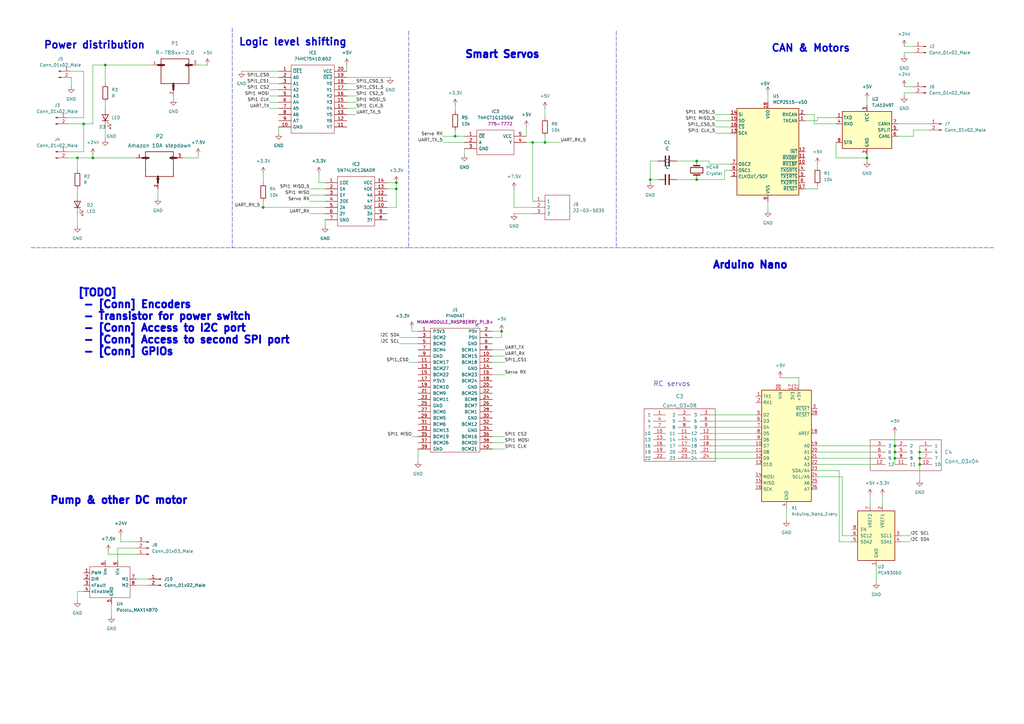
<source format=kicad_sch>
(kicad_sch (version 20211123) (generator eeschema)
  (paper "A3")
  (lib_symbols
    (symbol "Connector:Conn_01x02_Male" (pin_names (offset 1.016) hide)
      (property "Reference" "J" (at 0 2.54 0))
      (property "Value" "Conn_01x02_Male" (at 0 -5.08 0))
      (symbol "Conn_01x02_Male_1_1"
        (pin passive line (at 5.08 0 180) (length 3.81) (name "Pin_1") (number "1"))
        (pin passive line (at 5.08 -2.54 180) (length 3.81) (name "Pin_2") (number "2"))
      )
    )
    (symbol "Connector:Conn_01x03_Male" (pin_names (offset 1.016) hide)
      (property "Reference" "J" (at 0 5.08 0))
      (property "Value" "Conn_01x03_Male" (at 0 -5.08 0))
      (symbol "Conn_01x03_Male_1_1"
        (pin passive line (at 5.08 2.54 180) (length 3.81) (name "Pin_1") (number "1"))
        (pin passive line (at 5.08 0 180) (length 3.81) (name "Pin_2") (number "2"))
        (pin passive line (at 5.08 -2.54 180) (length 3.81) (name "Pin_3") (number "3"))
      )
    )
    (symbol "Device:C" (pin_numbers hide) (pin_names (offset 0.254))
      (property "Reference" "C" (at 0.635 2.54 0))
      (property "Value" "C" (at 0.635 -2.54 0))
      (symbol "C_1_1"
        (pin passive line (at 0 3.81 270) (length 2.794) (name "~") (number "1"))
        (pin passive line (at 0 -3.81 90) (length 2.794) (name "~") (number "2"))
      )
    )
    (symbol "Device:Crystal" (pin_numbers hide) (pin_names (offset 1.016) hide)
      (property "Reference" "Y" (at 0 3.81 0))
      (property "Value" "Crystal" (at 0 -3.81 0))
      (symbol "Crystal_1_1"
        (pin passive line (at -3.81 0 0) (length 1.27) (name "1") (number "1"))
        (pin passive line (at 3.81 0 180) (length 1.27) (name "2") (number "2"))
      )
    )
    (symbol "Device:LED" (pin_numbers hide) (pin_names (offset 1.016) hide)
      (property "Reference" "D" (at 0 2.54 0))
      (property "Value" "LED" (at 0 -2.54 0))
      (symbol "LED_1_1"
        (pin passive line (at -3.81 0 0) (length 2.54) (name "K") (number "1"))
        (pin passive line (at 3.81 0 180) (length 2.54) (name "A") (number "2"))
      )
    )
    (symbol "Device:R" (pin_numbers hide) (pin_names (offset 0))
      (property "Reference" "R" (at 2.032 0 90))
      (property "Value" "R" (at 0 0 90))
      (symbol "R_1_1"
        (pin passive line (at 0 3.81 270) (length 1.27) (name "~") (number "1"))
        (pin passive line (at 0 -3.81 90) (length 1.27) (name "~") (number "2"))
      )
    )
    (symbol "Interface:PCA9306D" (pin_names (offset 1.016))
      (property "Reference" "U" (at -7.62 11.43 0))
      (property "Value" "PCA9306D" (at 3.81 11.43 0))
      (symbol "PCA9306D_1_1"
        (pin power_in line (at 0 -12.7 90) (length 2.54) (name "GND") (number "1"))
        (pin power_in line (at -2.54 12.7 270) (length 2.54) (name "VREF1") (number "2"))
        (pin bidirectional line (at -10.16 0 0) (length 2.54) (name "SCL1") (number "3"))
        (pin bidirectional line (at -10.16 -2.54 0) (length 2.54) (name "SDA1") (number "4"))
        (pin bidirectional line (at 10.16 -2.54 180) (length 2.54) (name "SDA2") (number "5"))
        (pin bidirectional line (at 10.16 0 180) (length 2.54) (name "SCL2") (number "6"))
        (pin power_in line (at 2.54 12.7 270) (length 2.54) (name "VREF2") (number "7"))
        (pin input line (at 10.16 2.54 180) (length 2.54) (name "EN") (number "8"))
      )
    )
    (symbol "Interface_CAN_LIN:MCP2515-xSO"
      (property "Reference" "U" (at -10.16 19.685 0))
      (property "Value" "MCP2515-xSO" (at 19.05 20.32 0))
      (symbol "MCP2515-xSO_1_1"
        (pin output line (at 15.24 12.7 180) (length 2.54) (name "TXCAN") (number "1"))
        (pin output line (at 15.24 -5.08 180) (length 2.54) (name "~{RX1BF}") (number "10"))
        (pin output line (at 15.24 -2.54 180) (length 2.54) (name "~{RX0BF}") (number "11"))
        (pin output line (at 15.24 0 180) (length 2.54) (name "~{INT}") (number "12"))
        (pin input line (at -15.24 7.62 0) (length 2.54) (name "SCK") (number "13"))
        (pin input line (at -15.24 15.24 0) (length 2.54) (name "SI") (number "14"))
        (pin output line (at -15.24 12.7 0) (length 2.54) (name "SO") (number "15"))
        (pin input line (at -15.24 10.16 0) (length 2.54) (name "~{CS}") (number "16"))
        (pin input line (at 15.24 -15.24 180) (length 2.54) (name "~{RESET}") (number "17"))
        (pin power_in line (at 0 20.32 270) (length 2.54) (name "VDD") (number "18"))
        (pin input line (at 15.24 15.24 180) (length 2.54) (name "RXCAN") (number "2"))
        (pin output line (at -15.24 -10.16 0) (length 2.54) (name "CLKOUT/SOF") (number "3"))
        (pin input line (at 15.24 -7.62 180) (length 2.54) (name "~{TX0RTS}") (number "4"))
        (pin input line (at 15.24 -10.16 180) (length 2.54) (name "~{TX1RTS}") (number "5"))
        (pin input line (at 15.24 -12.7 180) (length 2.54) (name "~{TX2RTS}") (number "6"))
        (pin output line (at -15.24 -5.08 0) (length 2.54) (name "OSC2") (number "7"))
        (pin input line (at -15.24 -7.62 0) (length 2.54) (name "OSC1") (number "8"))
        (pin power_in line (at 0 -20.32 90) (length 2.54) (name "VSS") (number "9"))
      )
    )
    (symbol "Interface_CAN_LIN:TJA1049T"
      (property "Reference" "U" (at -10.16 8.89 0))
      (property "Value" "TJA1049T" (at 1.27 8.89 0))
      (symbol "TJA1049T_1_1"
        (pin input line (at -12.7 5.08 0) (length 2.54) (name "TXD") (number "1"))
        (pin power_in line (at 0 -10.16 90) (length 2.54) (name "GND") (number "2"))
        (pin power_in line (at 0 10.16 270) (length 2.54) (name "VCC") (number "3"))
        (pin output line (at -12.7 2.54 0) (length 2.54) (name "RXD") (number "4"))
        (pin power_out line (at 12.7 0 180) (length 2.54) (name "SPLIT") (number "5"))
        (pin bidirectional line (at 12.7 -2.54 180) (length 2.54) (name "CANL") (number "6"))
        (pin bidirectional line (at 12.7 2.54 180) (length 2.54) (name "CANH") (number "7"))
        (pin input line (at -12.7 -5.08 0) (length 2.54) (name "STB") (number "8"))
      )
    )
    (symbol "MCU_Module:Arduino_Nano_Every"
      (property "Reference" "A" (at -10.16 23.495 0))
      (property "Value" "Arduino_Nano_Every" (at 5.08 -24.13 0))
      (symbol "Arduino_Nano_Every_1_1"
        (pin bidirectional line (at -12.7 20.32 0) (length 2.54) (name "TX1") (number "1"))
        (pin bidirectional line (at -12.7 0 0) (length 2.54) (name "D7") (number "10"))
        (pin bidirectional line (at -12.7 -2.54 0) (length 2.54) (name "D8") (number "11"))
        (pin bidirectional line (at -12.7 -5.08 0) (length 2.54) (name "D9") (number "12"))
        (pin bidirectional line (at -12.7 -7.62 0) (length 2.54) (name "D10") (number "13"))
        (pin bidirectional line (at -12.7 -12.7 0) (length 2.54) (name "MOSI") (number "14"))
        (pin bidirectional line (at -12.7 -15.24 0) (length 2.54) (name "MISO") (number "15"))
        (pin bidirectional line (at -12.7 -17.78 0) (length 2.54) (name "SCK") (number "16"))
        (pin power_out line (at 2.54 25.4 270) (length 2.54) (name "3V3") (number "17"))
        (pin input line (at 12.7 5.08 180) (length 2.54) (name "AREF") (number "18"))
        (pin bidirectional line (at 12.7 0 180) (length 2.54) (name "A0") (number "19"))
        (pin bidirectional line (at -12.7 17.78 0) (length 2.54) (name "RX1") (number "2"))
        (pin bidirectional line (at 12.7 -2.54 180) (length 2.54) (name "A1") (number "20"))
        (pin bidirectional line (at 12.7 -5.08 180) (length 2.54) (name "A2") (number "21"))
        (pin bidirectional line (at 12.7 -7.62 180) (length 2.54) (name "A3") (number "22"))
        (pin bidirectional line (at 12.7 -10.16 180) (length 2.54) (name "SDA/A4") (number "23"))
        (pin bidirectional line (at 12.7 -12.7 180) (length 2.54) (name "SCL/A5") (number "24"))
        (pin bidirectional line (at 12.7 -15.24 180) (length 2.54) (name "A6") (number "25"))
        (pin bidirectional line (at 12.7 -17.78 180) (length 2.54) (name "A7") (number "26"))
        (pin power_out line (at 5.08 25.4 270) (length 2.54) (name "+5V") (number "27"))
        (pin input line (at 12.7 12.7 180) (length 2.54) (name "~{RESET}") (number "28"))
        (pin passive line (at 0 -25.4 90) (length 2.54) hide (name "GND") (number "29"))
        (pin input line (at 12.7 15.24 180) (length 2.54) (name "~{RESET}") (number "3"))
        (pin power_in line (at -2.54 25.4 270) (length 2.54) (name "VIN") (number "30"))
        (pin power_in line (at 0 -25.4 90) (length 2.54) (name "GND") (number "4"))
        (pin bidirectional line (at -12.7 12.7 0) (length 2.54) (name "D2") (number "5"))
        (pin bidirectional line (at -12.7 10.16 0) (length 2.54) (name "D3") (number "6"))
        (pin bidirectional line (at -12.7 7.62 0) (length 2.54) (name "D4") (number "7"))
        (pin bidirectional line (at -12.7 5.08 0) (length 2.54) (name "D5") (number "8"))
        (pin bidirectional line (at -12.7 2.54 0) (length 2.54) (name "D6") (number "9"))
      )
    )
    (symbol "MiAM:22-03-5035" (pin_names (offset 0.762))
      (property "Reference" "J" (at 16.51 7.62 0))
      (property "Value" "22-03-5035" (at 16.51 5.08 0))
      (symbol "22-03-5035_0_0"
        (pin passive line (at 0 0 0) (length 5.08) (name "1") (number "1"))
        (pin passive line (at 0 -2.54 0) (length 5.08) (name "2") (number "2"))
        (pin passive line (at 0 -5.08 0) (length 5.08) (name "3") (number "3"))
      )
    )
    (symbol "MiAM:74HCT1G125GW" (pin_names (offset 0.762))
      (property "Reference" "IC" (at 21.59 7.62 0))
      (property "Value" "74HCT1G125GW" (at 21.59 5.08 0))
      (property "RS" "    775-7772" (at 0 0 0))
      (symbol "74HCT1G125GW_0_0"
        (pin passive line (at 0 0 0) (length 5.08) (name "~{OE}") (number "1"))
        (pin passive line (at 0 -2.54 0) (length 5.08) (name "A") (number "2"))
        (pin passive line (at 0 -5.08 0) (length 5.08) (name "GND") (number "3"))
        (pin passive line (at 25.4 -2.54 180) (length 5.08) (name "Y") (number "4"))
        (pin passive line (at 25.4 0 180) (length 5.08) (name "VCC") (number "5"))
      )
    )
    (symbol "MiAM:74HCT541D,652" (pin_names (offset 0.762))
      (property "Reference" "IC" (at 24.13 7.62 0))
      (property "Value" "74HCT541D,652" (at 24.13 5.08 0))
      (symbol "74HCT541D,652_0_0"
        (pin passive line (at 0 0 0) (length 5.08) (name "~{OE1}") (number "1"))
        (pin passive line (at 0 -22.86 0) (length 5.08) (name "GND") (number "10"))
        (pin passive line (at 27.94 -22.86 180) (length 5.08) (name "Y7") (number "11"))
        (pin passive line (at 27.94 -20.32 180) (length 5.08) (name "Y6") (number "12"))
        (pin passive line (at 27.94 -17.78 180) (length 5.08) (name "Y5") (number "13"))
        (pin passive line (at 27.94 -15.24 180) (length 5.08) (name "Y4") (number "14"))
        (pin passive line (at 27.94 -12.7 180) (length 5.08) (name "Y3") (number "15"))
        (pin passive line (at 27.94 -10.16 180) (length 5.08) (name "Y2") (number "16"))
        (pin passive line (at 27.94 -7.62 180) (length 5.08) (name "Y1") (number "17"))
        (pin passive line (at 27.94 -5.08 180) (length 5.08) (name "Y0") (number "18"))
        (pin passive line (at 27.94 -2.54 180) (length 5.08) (name "~{OE2}") (number "19"))
        (pin passive line (at 0 -2.54 0) (length 5.08) (name "A0") (number "2"))
        (pin passive line (at 27.94 0 180) (length 5.08) (name "VCC") (number "20"))
        (pin passive line (at 0 -5.08 0) (length 5.08) (name "A1") (number "3"))
        (pin passive line (at 0 -7.62 0) (length 5.08) (name "A2") (number "4"))
        (pin passive line (at 0 -10.16 0) (length 5.08) (name "A3") (number "5"))
        (pin passive line (at 0 -12.7 0) (length 5.08) (name "A4") (number "6"))
        (pin passive line (at 0 -15.24 0) (length 5.08) (name "A5") (number "7"))
        (pin passive line (at 0 -17.78 0) (length 5.08) (name "A6") (number "8"))
        (pin passive line (at 0 -20.32 0) (length 5.08) (name "A7") (number "9"))
      )
    )
    (symbol "MiAM:Amazon 10A stepdown" (pin_names (offset 1.016))
      (property "Reference" "P" (at 0 2.54 0))
      (property "Value" "Amazon 10A stepdown" (at 0 0 0))
      (symbol "Amazon 10A stepdown_0_0"
        (pin passive line (at -8.89 2.54 0) (length 2.54) (name "1") (number "1"))
        (pin passive line (at 0 -10.16 90) (length 2.54) (name "2") (number "2"))
      )
      (symbol "Amazon 10A stepdown_1_1"
        (pin input line (at 10.16 2.54 180) (length 2.54) (name "3") (number "3"))
      )
    )
    (symbol "MiAM:Conn_03x04" (pin_names (offset 1.016))
      (property "Reference" "C" (at 0 2.54 0))
      (property "Value" "Conn_03x04" (at 0 0 0))
      (symbol "Conn_03x04_1_1"
        (pin input line (at 6.35 -3.81 0) (length 5.08) (name "1") (number "1"))
        (pin input line (at 6.35 -11.43 0) (length 5.08) (name "10") (number "10"))
        (pin input line (at -3.81 -11.43 0) (length 5.08) (name "11") (number "11"))
        (pin input line (at -12.7 -11.43 0) (length 5.08) (name "12") (number "12"))
        (pin input line (at -3.81 -3.81 0) (length 5.08) (name "2") (number "2"))
        (pin input line (at -12.7 -3.81 0) (length 5.08) (name "3") (number "3"))
        (pin input line (at 6.35 -6.35 0) (length 5.08) (name "4") (number "4"))
        (pin input line (at -3.81 -6.35 0) (length 5.08) (name "5") (number "5"))
        (pin input line (at -12.7 -6.35 0) (length 5.08) (name "6") (number "6"))
        (pin input line (at 6.35 -8.89 0) (length 5.08) (name "7") (number "7"))
        (pin input line (at -3.81 -8.89 0) (length 5.08) (name "8") (number "8"))
        (pin input line (at -12.7 -8.89 0) (length 5.08) (name "9") (number "9"))
      )
    )
    (symbol "MiAM:Conn_03x08" (pin_names (offset 1.016))
      (property "Reference" "C" (at 0 2.54 0))
      (property "Value" "Conn_03x08" (at 0 0 0))
      (symbol "Conn_03x08_1_1"
        (pin input line (at 6.35 -3.81 0) (length 5.08) (name "1") (number "1"))
        (pin input line (at 6.35 -11.43 0) (length 5.08) (name "10") (number "10"))
        (pin input line (at -3.81 -11.43 0) (length 5.08) (name "11") (number "11"))
        (pin input line (at -12.7 -11.43 0) (length 5.08) (name "12") (number "12"))
        (pin input line (at 6.35 -13.97 0) (length 5.08) (name "13") (number "13"))
        (pin input line (at -3.81 -13.97 0) (length 5.08) (name "14") (number "14"))
        (pin input line (at -12.7 -13.97 0) (length 5.08) (name "15") (number "15"))
        (pin input line (at 6.35 -16.51 0) (length 5.08) (name "16") (number "16"))
        (pin input line (at -3.81 -16.51 0) (length 5.08) (name "17") (number "17"))
        (pin input line (at -12.7 -16.51 0) (length 5.08) (name "18") (number "18"))
        (pin input line (at 6.35 -19.05 0) (length 5.08) (name "19") (number "19"))
        (pin input line (at -3.81 -3.81 0) (length 5.08) (name "2") (number "2"))
        (pin input line (at -3.81 -19.05 0) (length 5.08) (name "20") (number "20"))
        (pin input line (at -12.7 -19.05 0) (length 5.08) (name "21") (number "21"))
        (pin input line (at 6.35 -21.59 0) (length 5.08) (name "22") (number "22"))
        (pin input line (at -3.81 -21.59 0) (length 5.08) (name "23") (number "23"))
        (pin input line (at -12.7 -21.59 0) (length 5.08) (name "24") (number "24"))
        (pin input line (at -12.7 -3.81 0) (length 5.08) (name "3") (number "3"))
        (pin input line (at 6.35 -6.35 0) (length 5.08) (name "4") (number "4"))
        (pin input line (at -3.81 -6.35 0) (length 5.08) (name "5") (number "5"))
        (pin input line (at -12.7 -6.35 0) (length 5.08) (name "6") (number "6"))
        (pin input line (at 6.35 -8.89 0) (length 5.08) (name "7") (number "7"))
        (pin input line (at -3.81 -8.89 0) (length 5.08) (name "8") (number "8"))
        (pin input line (at -12.7 -8.89 0) (length 5.08) (name "9") (number "9"))
      )
    )
    (symbol "MiAM:PI40HAT" (pin_names (offset 1.016))
      (property "Reference" "J" (at 8.89 2.54 0))
      (property "Value" "PI40HAT" (at -7.62 2.54 0))
      (property "Footprint" "MiAM:Socket_Strip_Straight_2x20" (at 0 5.08 0))
      (symbol "PI40HAT_1_1"
        (pin passive line (at -15.24 0 0) (length 5.08) (name "P3V3") (number "1"))
        (pin passive line (at 15.24 -10.16 180) (length 5.08) (name "BCM15") (number "10"))
        (pin passive line (at -15.24 -12.7 0) (length 5.08) (name "BCM17") (number "11"))
        (pin passive line (at 15.24 -12.7 180) (length 5.08) (name "BCM18") (number "12"))
        (pin passive line (at -15.24 -15.24 0) (length 5.08) (name "BCM27") (number "13"))
        (pin passive line (at 15.24 -15.24 180) (length 5.08) (name "GND") (number "14"))
        (pin passive line (at -15.24 -17.78 0) (length 5.08) (name "BCM22") (number "15"))
        (pin passive line (at 15.24 -17.78 180) (length 5.08) (name "BCM23") (number "16"))
        (pin passive line (at -15.24 -20.32 0) (length 5.08) (name "P3V3") (number "17"))
        (pin passive line (at 15.24 -20.32 180) (length 5.08) (name "BCM24") (number "18"))
        (pin passive line (at -15.24 -22.86 0) (length 5.08) (name "BCM10") (number "19"))
        (pin passive line (at 15.24 0 180) (length 5.08) (name "P5V") (number "2"))
        (pin passive line (at 15.24 -22.86 180) (length 5.08) (name "GND") (number "20"))
        (pin passive line (at -15.24 -25.4 0) (length 5.08) (name "BCM9") (number "21"))
        (pin passive line (at 15.24 -25.4 180) (length 5.08) (name "BCM25") (number "22"))
        (pin passive line (at -15.24 -27.94 0) (length 5.08) (name "BCM11") (number "23"))
        (pin passive line (at 15.24 -27.94 180) (length 5.08) (name "BCM8") (number "24"))
        (pin passive line (at -15.24 -30.48 0) (length 5.08) (name "GND") (number "25"))
        (pin passive line (at 15.24 -30.48 180) (length 5.08) (name "BCM7") (number "26"))
        (pin passive line (at -15.24 -33.02 0) (length 5.08) (name "BCM0") (number "27"))
        (pin passive line (at 15.24 -33.02 180) (length 5.08) (name "BCM1") (number "28"))
        (pin passive line (at -15.24 -35.56 0) (length 5.08) (name "BCM5") (number "29"))
        (pin passive line (at -15.24 -2.54 0) (length 5.08) (name "BCM2") (number "3"))
        (pin passive line (at 15.24 -35.56 180) (length 5.08) (name "GND") (number "30"))
        (pin passive line (at -15.24 -38.1 0) (length 5.08) (name "BCM6") (number "31"))
        (pin passive line (at 15.24 -38.1 180) (length 5.08) (name "BCM12") (number "32"))
        (pin passive line (at -15.24 -40.64 0) (length 5.08) (name "BCM13") (number "33"))
        (pin passive line (at 15.24 -40.64 180) (length 5.08) (name "GND") (number "34"))
        (pin passive line (at -15.24 -43.18 0) (length 5.08) (name "BCM19") (number "35"))
        (pin passive line (at 15.24 -43.18 180) (length 5.08) (name "BCM16") (number "36"))
        (pin passive line (at -15.24 -45.72 0) (length 5.08) (name "BCM26") (number "37"))
        (pin passive line (at 15.24 -45.72 180) (length 5.08) (name "BCM20") (number "38"))
        (pin passive line (at -15.24 -48.26 0) (length 5.08) (name "GND") (number "39"))
        (pin passive line (at 15.24 -2.54 180) (length 5.08) (name "P5V") (number "4"))
        (pin passive line (at 15.24 -48.26 180) (length 5.08) (name "BCM21") (number "40"))
        (pin passive line (at -15.24 -5.08 0) (length 5.08) (name "BCM3") (number "5"))
        (pin passive line (at 15.24 -5.08 180) (length 5.08) (name "GND") (number "6"))
        (pin passive line (at -15.24 -7.62 0) (length 5.08) (name "BCM4") (number "7"))
        (pin passive line (at 15.24 -7.62 180) (length 5.08) (name "BCM14") (number "8"))
        (pin passive line (at -15.24 -10.16 0) (length 5.08) (name "GND") (number "9"))
      )
    )
    (symbol "MiAM:Pololu_MAX14870"
      (property "Reference" "U" (at 0 0 0))
      (property "Value" "Pololu_MAX14870" (at 0 0 0))
      (symbol "Pololu_MAX14870_1_1"
        (pin input line (at -11.43 12.7 0) (length 2.54) (name "PWM") (number "1"))
        (pin input line (at -11.43 10.16 0) (length 2.54) (name "DIR") (number "2"))
        (pin input line (at -11.43 7.62 0) (length 2.54) (name "nFault") (number "3"))
        (pin input line (at -11.43 5.08 0) (length 2.54) (name "nEnable") (number "4"))
        (pin power_in line (at 0 0 90) (length 2.54) (name "GND") (number "5"))
        (pin power_in line (at -2.54 17.78 270) (length 2.54) (name "Vm") (number "6"))
        (pin output line (at 10.16 10.16 180) (length 2.54) (name "M1") (number "7"))
        (pin output line (at 10.16 7.62 180) (length 2.54) (name "M2") (number "8"))
        (pin power_in line (at 2.54 17.78 270) (length 2.54) (name "Vin") (number "9"))
      )
    )
    (symbol "MiAM:R-78Bxx-2.0" (pin_names (offset 1.016))
      (property "Reference" "P" (at 0 2.54 0))
      (property "Value" "R-78Bxx-2.0" (at 0 0 0))
      (symbol "R-78Bxx-2.0_0_0"
        (pin passive line (at -8.89 2.54 0) (length 2.54) (name "1") (number "1"))
        (pin passive line (at 0 -10.16 90) (length 2.54) (name "2") (number "2"))
      )
      (symbol "R-78Bxx-2.0_1_1"
        (pin input line (at 10.16 2.54 180) (length 2.54) (name "3") (number "3"))
      )
    )
    (symbol "MiAM:SN74LVC126ADR" (pin_names (offset 0.762))
      (property "Reference" "IC" (at 21.59 7.62 0))
      (property "Value" "SN74LVC126ADR" (at 21.59 5.08 0))
      (symbol "SN74LVC126ADR_0_0"
        (pin passive line (at 0 0 0) (length 5.08) (name "1OE") (number "1"))
        (pin passive line (at 25.4 -10.16 180) (length 5.08) (name "3OE") (number "10"))
        (pin passive line (at 25.4 -7.62 180) (length 5.08) (name "4Y") (number "11"))
        (pin passive line (at 25.4 -5.08 180) (length 5.08) (name "4A") (number "12"))
        (pin passive line (at 25.4 -2.54 180) (length 5.08) (name "4OE") (number "13"))
        (pin passive line (at 25.4 0 180) (length 5.08) (name "VCC") (number "14"))
        (pin passive line (at 0 -2.54 0) (length 5.08) (name "1A") (number "2"))
        (pin passive line (at 0 -5.08 0) (length 5.08) (name "1Y") (number "3"))
        (pin passive line (at 0 -7.62 0) (length 5.08) (name "2OE") (number "4"))
        (pin passive line (at 0 -10.16 0) (length 5.08) (name "2A") (number "5"))
        (pin passive line (at 0 -12.7 0) (length 5.08) (name "2Y") (number "6"))
        (pin passive line (at 0 -15.24 0) (length 5.08) (name "GND") (number "7"))
        (pin passive line (at 25.4 -15.24 180) (length 5.08) (name "3Y") (number "8"))
        (pin passive line (at 25.4 -12.7 180) (length 5.08) (name "3A") (number "9"))
      )
    )
    (symbol "power:+24V" (power) (pin_names (offset 0))
      (property "Value" "+24V" (at 0 3.556 0))
      (symbol "+24V_1_1"
        (pin power_in line (at 0 0 90) (length 0) hide (name "+24V") (number "1"))
      )
    )
    (symbol "power:+3.3V" (power) (pin_names (offset 0))
      (property "Value" "+3.3V" (at 0 3.556 0))
      (symbol "+3.3V_1_1"
        (pin power_in line (at 0 0 90) (length 0) hide (name "+3.3V") (number "1"))
      )
    )
    (symbol "power:+5V" (power) (pin_names (offset 0))
      (property "Value" "+5V" (at 0 3.556 0))
      (symbol "+5V_1_1"
        (pin power_in line (at 0 0 90) (length 0) hide (name "+5V") (number "1"))
      )
    )
    (symbol "power:+7.5V" (power) (pin_names (offset 0))
      (property "Value" "+7.5V" (at 0 3.556 0))
      (symbol "+7.5V_1_1"
        (pin power_in line (at 0 0 90) (length 0) hide (name "+7.5V") (number "1"))
      )
    )
    (symbol "power:GND" (power) (pin_names (offset 0))
      (property "Value" "GND" (at 0 -3.81 0))
      (symbol "GND_1_1"
        (pin power_in line (at 0 0 270) (length 0) hide (name "GND") (number "1"))
      )
    )
  )
  (junction (at 377.19 190.5))
  (junction (at 223.52 58.42))
  (junction (at 355.6 64.77))
  (junction (at 107.95 85.09))
  (junction (at 377.19 187.96))
  (junction (at 377.19 185.42))
  (junction (at 38.1 64.77))
  (junction (at 186.69 55.88))
  (junction (at 367.03 182.88))
  (junction (at 43.18 26.67))
  (junction (at 285.75 73.66))
  (junction (at 162.56 74.93))
  (junction (at 367.03 185.42))
  (junction (at 266.7 73.66))
  (junction (at 31.75 64.77))
  (junction (at 285.75 66.04))
  (junction (at 205.74 135.89))
  (junction (at 34.29 50.8))
  (junction (at 162.56 77.47))
  (junction (at 367.03 187.96))
  (junction (at 218.44 58.42))
  (no_connect (at 195.58 133.35))
  (wire (pts (xy 322.58 208.28) (xy 322.58 213.36)))
  (wire (pts (xy 355.6 40.64) (xy 355.6 43.18)))
  (wire (pts (xy 127 80.01) (xy 133.35 80.01)))
  (wire (pts (xy 158.75 85.09) (xy 162.56 85.09)))
  (wire (pts (xy 314.96 38.1) (xy 314.96 41.91)))
  (wire (pts (xy 107.95 82.55) (xy 107.95 85.09)))
  (wire (pts (xy 334.01 46.99) (xy 334.01 50.8)))
  (wire (pts (xy 342.9 58.42) (xy 342.9 64.77)))
  (wire (pts (xy 127 87.63) (xy 133.35 87.63)))
  (wire (pts (xy 297.18 69.85) (xy 297.18 73.66)))
  (wire (pts (xy 299.72 67.31) (xy 290.83 67.31)))
  (wire (pts (xy 168.91 134.62) (xy 168.91 135.89)))
  (wire (pts (xy 34.29 50.8) (xy 34.29 62.23)))
  (wire (pts (xy 314.96 82.55) (xy 314.96 86.36)))
  (wire (pts (xy 110.49 34.29) (xy 114.3 34.29)))
  (wire (pts (xy 142.24 31.75) (xy 160.02 31.75)))
  (wire (pts (xy 201.93 184.15) (xy 207.01 184.15)))
  (wire (pts (xy 110.49 41.91) (xy 114.3 41.91)))
  (wire (pts (xy 377.19 187.96) (xy 377.19 190.5)))
  (wire (pts (xy 127 77.47) (xy 133.35 77.47)))
  (wire (pts (xy 127 82.55) (xy 133.35 82.55)))
  (wire (pts (xy 27.94 50.8) (xy 34.29 50.8)))
  (wire (pts (xy 335.28 193.04) (xy 344.17 193.04)))
  (wire (pts (xy 29.21 31.75) (xy 29.21 35.56)))
  (wire (pts (xy 269.875 66.04) (xy 266.7 66.04)))
  (wire (pts (xy 292.1 182.88) (xy 309.88 182.88)))
  (wire (pts (xy 335.28 67.31) (xy 335.28 68.58)))
  (wire (pts (xy 34.29 48.26) (xy 27.94 48.26)))
  (wire (pts (xy 45.72 247.65) (xy 45.72 252.73)))
  (wire (pts (xy 374.65 21.59) (xy 370.84 21.59)))
  (wire (pts (xy 31.75 64.77) (xy 38.1 64.77)))
  (wire (pts (xy 290.83 66.04) (xy 285.75 66.04)))
  (wire (pts (xy 163.83 140.97) (xy 171.45 140.97)))
  (wire (pts (xy 190.5 60.96) (xy 190.5 63.5)))
  (wire (pts (xy 43.18 52.07) (xy 43.18 57.15)))
  (wire (pts (xy 201.93 179.07) (xy 207.01 179.07)))
  (wire (pts (xy 293.37 54.61) (xy 299.72 54.61)))
  (wire (pts (xy 335.28 190.5) (xy 358.14 190.5)))
  (wire (pts (xy 299.72 69.85) (xy 297.18 69.85)))
  (wire (pts (xy 269.875 73.66) (xy 266.7 73.66)))
  (wire (pts (xy 158.75 74.93) (xy 162.56 74.93)))
  (wire (pts (xy 377.19 182.88) (xy 377.19 185.42)))
  (wire (pts (xy 370.84 38.1) (xy 370.84 39.37)))
  (wire (pts (xy 201.93 143.51) (xy 207.01 143.51)))
  (wire (pts (xy 146.05 34.29) (xy 142.24 34.29)))
  (wire (pts (xy 43.18 26.67) (xy 43.18 34.29)))
  (wire (pts (xy 34.29 50.8) (xy 38.1 50.8)))
  (wire (pts (xy 342.9 64.77) (xy 355.6 64.77)))
  (wire (pts (xy 349.25 219.71) (xy 345.44 219.71)))
  (wire (pts (xy 334.01 50.8) (xy 342.9 50.8)))
  (wire (pts (xy 71.12 39.37) (xy 71.12 40.64)))
  (wire (pts (xy 277.495 73.66) (xy 285.75 73.66)))
  (wire (pts (xy 186.69 55.88) (xy 190.5 55.88)))
  (wire (pts (xy 367.03 185.42) (xy 367.03 187.96)))
  (wire (pts (xy 146.05 39.37) (xy 142.24 39.37)))
  (wire (pts (xy 297.18 73.66) (xy 285.75 73.66)))
  (polyline (pts (xy 95.25 101.6) (xy 167.64 101.6)))
  (wire (pts (xy 367.03 187.96) (xy 367.03 190.5)))
  (wire (pts (xy 34.29 29.21) (xy 34.29 48.26)))
  (wire (pts (xy 223.52 58.42) (xy 229.87 58.42)))
  (wire (pts (xy 168.91 179.07) (xy 171.45 179.07)))
  (wire (pts (xy 292.1 185.42) (xy 309.88 185.42)))
  (wire (pts (xy 34.29 242.57) (xy 31.75 242.57)))
  (wire (pts (xy 38.1 64.77) (xy 55.88 64.77)))
  (wire (pts (xy 374.65 38.1) (xy 370.84 38.1)))
  (wire (pts (xy 55.88 224.79) (xy 48.26 224.79)))
  (wire (pts (xy 290.83 67.31) (xy 290.83 66.04)))
  (wire (pts (xy 163.83 138.43) (xy 171.45 138.43)))
  (wire (pts (xy 277.495 66.04) (xy 285.75 66.04)))
  (wire (pts (xy 181.61 58.42) (xy 190.5 58.42)))
  (wire (pts (xy 374.65 55.88) (xy 368.3 55.88)))
  (wire (pts (xy 110.49 36.83) (xy 114.3 36.83)))
  (wire (pts (xy 356.87 203.2) (xy 356.87 207.01)))
  (wire (pts (xy 43.18 26.67) (xy 62.23 26.67)))
  (wire (pts (xy 215.9 58.42) (xy 218.44 58.42)))
  (wire (pts (xy 369.57 222.25) (xy 373.38 222.25)))
  (wire (pts (xy 335.28 49.53) (xy 335.28 48.26)))
  (wire (pts (xy 345.44 195.58) (xy 335.28 195.58)))
  (wire (pts (xy 99.06 29.21) (xy 114.3 29.21)))
  (wire (pts (xy 218.44 85.09) (xy 210.82 85.09)))
  (polyline (pts (xy 12.7 101.6) (xy 95.25 101.6)))
  (wire (pts (xy 142.24 26.67) (xy 142.24 29.21)))
  (wire (pts (xy 266.7 73.66) (xy 266.7 74.93)))
  (wire (pts (xy 158.75 77.47) (xy 162.56 77.47)))
  (wire (pts (xy 81.28 26.67) (xy 85.09 26.67)))
  (wire (pts (xy 146.05 46.99) (xy 142.24 46.99)))
  (wire (pts (xy 355.6 64.77) (xy 355.6 66.04)))
  (wire (pts (xy 292.1 187.96) (xy 309.88 187.96)))
  (wire (pts (xy 27.94 62.23) (xy 34.29 62.23)))
  (wire (pts (xy 335.28 187.96) (xy 358.14 187.96)))
  (wire (pts (xy 210.82 85.09) (xy 210.82 77.47)))
  (wire (pts (xy 367.03 177.8) (xy 367.03 182.88)))
  (wire (pts (xy 218.44 58.42) (xy 223.52 58.42)))
  (wire (pts (xy 27.94 64.77) (xy 31.75 64.77)))
  (wire (pts (xy 167.64 148.59) (xy 171.45 148.59)))
  (wire (pts (xy 181.61 55.88) (xy 186.69 55.88)))
  (wire (pts (xy 330.2 49.53) (xy 335.28 49.53)))
  (wire (pts (xy 344.17 222.25) (xy 349.25 222.25)))
  (wire (pts (xy 201.93 153.67) (xy 207.01 153.67)))
  (wire (pts (xy 38.1 63.5) (xy 38.1 64.77)))
  (wire (pts (xy 330.2 77.47) (xy 335.28 77.47)))
  (wire (pts (xy 55.88 222.25) (xy 49.53 222.25)))
  (wire (pts (xy 370.84 21.59) (xy 370.84 22.86)))
  (wire (pts (xy 377.19 190.5) (xy 377.19 196.85)))
  (wire (pts (xy 292.1 170.18) (xy 309.88 170.18)))
  (wire (pts (xy 345.44 219.71) (xy 345.44 195.58)))
  (wire (pts (xy 320.04 154.94) (xy 327.66 154.94)))
  (wire (pts (xy 292.1 172.72) (xy 309.88 172.72)))
  (wire (pts (xy 292.1 177.8) (xy 309.88 177.8)))
  (wire (pts (xy 330.2 46.99) (xy 334.01 46.99)))
  (wire (pts (xy 133.35 90.17) (xy 133.35 92.71)))
  (wire (pts (xy 344.17 193.04) (xy 344.17 222.25)))
  (wire (pts (xy 335.28 185.42) (xy 358.14 185.42)))
  (wire (pts (xy 64.77 77.47) (xy 64.77 81.28)))
  (wire (pts (xy 74.93 64.77) (xy 81.28 64.77)))
  (wire (pts (xy 210.82 87.63) (xy 218.44 87.63)))
  (wire (pts (xy 293.37 49.53) (xy 299.72 49.53)))
  (wire (pts (xy 43.18 41.91) (xy 43.18 44.45)))
  (wire (pts (xy 107.95 85.09) (xy 133.35 85.09)))
  (wire (pts (xy 292.1 175.26) (xy 309.88 175.26)))
  (wire (pts (xy 201.93 181.61) (xy 207.01 181.61)))
  (wire (pts (xy 146.05 44.45) (xy 142.24 44.45)))
  (wire (pts (xy 215.9 52.07) (xy 215.9 55.88)))
  (wire (pts (xy 201.93 148.59) (xy 207.01 148.59)))
  (wire (pts (xy 374.65 53.34) (xy 374.65 55.88)))
  (wire (pts (xy 81.28 64.77) (xy 81.28 63.5)))
  (wire (pts (xy 186.69 43.18) (xy 186.69 45.72)))
  (wire (pts (xy 292.1 180.34) (xy 309.88 180.34)))
  (wire (pts (xy 130.81 74.93) (xy 133.35 74.93)))
  (wire (pts (xy 218.44 58.42) (xy 218.44 82.55)))
  (wire (pts (xy 110.49 31.75) (xy 114.3 31.75)))
  (wire (pts (xy 31.75 64.77) (xy 31.75 69.85)))
  (wire (pts (xy 130.81 71.12) (xy 130.81 74.93)))
  (wire (pts (xy 31.75 242.57) (xy 31.75 246.38)))
  (polyline (pts (xy 252.73 101.6) (xy 407.67 101.6)))
  (wire (pts (xy 48.26 224.79) (xy 48.26 229.87)))
  (wire (pts (xy 110.49 39.37) (xy 114.3 39.37)))
  (wire (pts (xy 146.05 36.83) (xy 142.24 36.83)))
  (wire (pts (xy 266.7 66.04) (xy 266.7 73.66)))
  (wire (pts (xy 29.21 29.21) (xy 34.29 29.21)))
  (wire (pts (xy 31.75 77.47) (xy 31.75 80.01)))
  (wire (pts (xy 55.88 237.49) (xy 60.96 237.49)))
  (wire (pts (xy 293.37 52.07) (xy 299.72 52.07)))
  (wire (pts (xy 335.28 48.26) (xy 342.9 48.26)))
  (wire (pts (xy 55.88 227.33) (xy 44.45 227.33)))
  (wire (pts (xy 162.56 85.09) (xy 162.56 77.47)))
  (wire (pts (xy 327.66 154.94) (xy 327.66 157.48)))
  (polyline (pts (xy 167.64 12.7) (xy 167.64 101.6)))
  (wire (pts (xy 361.95 203.2) (xy 361.95 207.01)))
  (wire (pts (xy 381 53.34) (xy 374.65 53.34)))
  (wire (pts (xy 368.3 50.8) (xy 381 50.8)))
  (wire (pts (xy 370.84 19.05) (xy 374.65 19.05)))
  (wire (pts (xy 335.28 77.47) (xy 335.28 76.2)))
  (wire (pts (xy 359.41 232.41) (xy 359.41 238.76)))
  (wire (pts (xy 293.37 46.99) (xy 299.72 46.99)))
  (wire (pts (xy 171.45 184.15) (xy 171.45 189.23)))
  (wire (pts (xy 107.95 71.12) (xy 107.95 74.93)))
  (polyline (pts (xy 167.64 101.6) (xy 252.73 101.6)))
  (wire (pts (xy 377.19 185.42) (xy 377.19 187.96)))
  (wire (pts (xy 106.68 85.09) (xy 107.95 85.09)))
  (wire (pts (xy 223.52 44.45) (xy 223.52 48.26)))
  (wire (pts (xy 355.6 63.5) (xy 355.6 64.77)))
  (wire (pts (xy 38.1 26.67) (xy 43.18 26.67)))
  (wire (pts (xy 49.53 222.25) (xy 49.53 219.71)))
  (wire (pts (xy 44.45 227.33) (xy 44.45 226.06)))
  (wire (pts (xy 201.93 138.43) (xy 205.74 138.43)))
  (wire (pts (xy 205.74 138.43) (xy 205.74 135.89)))
  (wire (pts (xy 168.91 135.89) (xy 171.45 135.89)))
  (wire (pts (xy 367.03 182.88) (xy 367.03 185.42)))
  (wire (pts (xy 335.28 182.88) (xy 358.14 182.88)))
  (wire (pts (xy 186.69 53.34) (xy 186.69 55.88)))
  (wire (pts (xy 369.57 219.71) (xy 373.38 219.71)))
  (wire (pts (xy 114.3 52.07) (xy 114.3 54.61)))
  (wire (pts (xy 146.05 41.91) (xy 142.24 41.91)))
  (wire (pts (xy 38.1 50.8) (xy 38.1 26.67)))
  (wire (pts (xy 370.84 35.56) (xy 374.65 35.56)))
  (polyline (pts (xy 95.25 11.43) (xy 95.25 101.6)))
  (wire (pts (xy 31.75 87.63) (xy 31.75 92.71)))
  (wire (pts (xy 55.88 240.03) (xy 60.96 240.03)))
  (wire (pts (xy 162.56 74.93) (xy 162.56 77.47)))
  (wire (pts (xy 201.93 146.05) (xy 207.01 146.05)))
  (wire (pts (xy 223.52 55.88) (xy 223.52 58.42)))
  (wire (pts (xy 201.93 135.89) (xy 205.74 135.89)))
  (polyline (pts (xy 252.73 12.7) (xy 252.73 101.6)))
  (wire (pts (xy 110.49 44.45) (xy 114.3 44.45)))
  (text "[TODO] \n - [Conn] Encoders\n - Transistor for power switch\n - [Conn] Access to I2C port\n - [Conn] Access to second SPI port\n - [Conn] GPIOs" (at 31.75 146.05 0) (effects (font (size 3 3) (thickness 0.8) bold) (justify left bottom)))
  (text "CAN & Motors" (at 316.23 21.59 0) (effects (font (size 3 3) (thickness 0.6) bold) (justify left bottom)))
  (text "Arduino Nano" (at 292.1 110.49 0) (effects (font (size 3 3) (thickness 0.8) bold) (justify left bottom)))
  (text "Smart Servos" (at 190.5 24.13 0) (effects (font (size 3 3) (thickness 0.8) bold) (justify left bottom)))
  (text "Power distribution" (at 17.78 20.32 0) (effects (font (size 3 3) (thickness 0.6) bold) (justify left bottom)))
  (text "Logic level shifting" (at 97.79 19.05 0) (effects (font (size 3 3) (thickness 0.6) bold) (justify left bottom)))
  (text "RC servos" (at 267.97 158.75 0) (effects (font (size 2 2)) (justify left bottom)))
  (text "Pump & other DC motor" (at 20.32 207.01 0) (effects (font (size 3 3) (thickness 0.8) bold) (justify left bottom)))
  (label "SPI1_CS1" (at 110.49 34.29 180))
  (label "SPI1 MISO" (at 127 80.01 180))
  (label "SPI1 CLK" (at 110.49 41.91 180))
  (label "I2C SCL" (at 163.83 140.97 180))
  (label "UART_TX_5" (at 181.61 58.42 180))
  (label "UART_TX_5" (at 146.05 46.99 0))
  (label "SPI1 MOSI_5" (at 293.37 46.99 180))
  (label "SPI1 CS2" (at 207.01 179.07 0))
  (label "SPI1_CS0_5" (at 146.05 34.29 0))
  (label "SPI1 MOSI" (at 110.49 39.37 180))
  (label "I2C SDA" (at 163.83 138.43 180))
  (label "UART_RX" (at 207.01 146.05 0))
  (label "UART_RX" (at 127 87.63 180))
  (label "SPI1_CS1_5" (at 146.05 36.83 0))
  (label "Servo RX" (at 207.01 153.67 0))
  (label "Servo RX" (at 181.61 55.88 180))
  (label "SPI1 CLK" (at 207.01 184.15 0))
  (label "SPI1 MOSI" (at 207.01 181.61 0))
  (label "UART_TX" (at 207.01 143.51 0))
  (label "SPI1 MOSI_5" (at 146.05 41.91 0))
  (label "SPI1 MISO_5" (at 293.37 49.53 180))
  (label "UART_TX" (at 110.49 44.45 180))
  (label "I2C SDA" (at 373.38 222.25 0))
  (label "SPI1_CS0_5" (at 293.37 52.07 180))
  (label "I2C SCL" (at 373.38 219.71 0))
  (label "UART_RX_5" (at 106.68 85.09 180))
  (label "SPI1 CLK_5" (at 146.05 44.45 0))
  (label "SPI1_CS1" (at 207.01 148.59 0))
  (label "SPI1_CS0" (at 110.49 31.75 180))
  (label "SPI1_CS0" (at 167.64 148.59 180))
  (label "SPI1 CLK_5" (at 293.37 54.61 180))
  (label "SPI1 CS2_5" (at 146.05 39.37 0))
  (label "UART_RX_5" (at 229.87 58.42 0))
  (label "SPI1 MISO_5" (at 127 77.47 180))
  (label "SPI1 MISO" (at 168.91 179.07 180))
  (label "SPI1 CS2" (at 110.49 36.83 180))
  (label "Servo RX" (at 127 82.55 180))
  (symbol (lib_id "power:+3.3V") (at 168.91 134.62 0) (unit 1)
    (property "Reference" "#PWR0120" (effects hide))
    (property "Value" "+3.3V" (at 165.1 129.54 0))
  )
  (symbol (lib_id "power:+5V") (at 205.74 135.89 0) (unit 1)
    (property "Reference" "#PWR0102" (effects hide))
    (property "Value" "+5V" (at 205.74 130.81 0))
  )
  (symbol (lib_id "Connector:Conn_01x02_Male") (at 24.13 29.21 0) (unit 1)
    (property "Reference" "J5" (at 24.765 24.13 0))
    (property "Value" "Conn_01x02_Male" (at 24.765 26.67 0))
    (property "Footprint" "MiAM:XT30PWF" (effects hide))
    (property "RS number" "    180-5359" (effects hide))
  )
  (symbol (lib_id "power:GND") (at 190.5 63.5 0) (unit 1)
    (property "Reference" "#PWR0144" (effects hide))
    (property "Value" "GND" (at 190.5 68.58 0))
  )
  (symbol (lib_id "Device:R") (at 223.52 52.07 180) (unit 1)
    (property "Reference" "R6" (at 226.06 50.7999 0) (effects (justify right)))
    (property "Value" "10k" (at 226.06 53.3399 0) (effects (justify right)))
    (property "Footprint" "Resistor_THT:R_Axial_DIN0309_L9.0mm_D3.2mm_P12.70mm_Horizontal" (effects hide))
  )
  (symbol (lib_id "power:+5V") (at 85.09 26.67 0) (unit 1)
    (property "Reference" "#PWR0108" (effects hide))
    (property "Value" "+5V" (at 85.09 21.59 0))
  )
  (symbol (lib_id "MiAM:Conn_03x04") (at 370.84 179.07 0) (unit 1)
    (property "Reference" "C4" (at 387.35 185.42 0) (effects (font (size 1.524 1.524)) (justify left)))
    (property "Value" "Conn_03x04" (at 387.35 189.23 0) (effects (font (size 1.524 1.524)) (justify left)))
    (property "Footprint" "MiAM:Pin_Header_Straight_3x04_Pitch2.54mm" (effects hide))
  )
  (symbol (lib_id "power:GND") (at 210.82 87.63 0) (unit 1)
    (property "Reference" "#PWR0142" (effects hide))
    (property "Value" "GND" (at 210.82 92.71 0))
  )
  (symbol (lib_id "power:+3.3V") (at 162.56 74.93 0) (unit 1)
    (property "Reference" "#PWR0124" (effects hide))
    (property "Value" "+3.3V" (at 162.56 69.85 0))
  )
  (symbol (lib_id "power:+3.3V") (at 107.95 71.12 0) (unit 1)
    (property "Reference" "#PWR0127" (effects hide))
    (property "Value" "+3.3V" (at 107.95 66.04 0))
  )
  (symbol (lib_id "Connector:Conn_01x02_Male") (at 66.04 237.49 0) (mirror y) (unit 1)
    (property "Reference" "J10" (at 67.31 237.4899 0) (effects (justify right)))
    (property "Value" "Conn_01x02_Male" (at 67.31 240.0299 0) (effects (justify right)))
    (property "Footprint" "Connector_PinHeader_2.54mm:PinHeader_1x02_P2.54mm_Vertical" (effects hide))
  )
  (symbol (lib_id "power:GND") (at 314.96 86.36 0) (unit 1)
    (property "Reference" "#PWR0118" (effects hide))
    (property "Value" "GND" (at 314.96 91.44 0))
  )
  (symbol (lib_id "power:+5V") (at 335.28 67.31 0) (unit 1)
    (property "Reference" "#PWR0117" (effects hide))
    (property "Value" "+5V" (at 335.28 62.23 0))
  )
  (symbol (lib_id "power:GND") (at 370.84 39.37 0) (unit 1)
    (property "Reference" "#PWR0105" (effects hide))
    (property "Value" "GND" (at 370.84 44.45 0))
  )
  (symbol (lib_id "MiAM:SN74LVC126ADR") (at 133.35 74.93 0) (unit 1)
    (property "Reference" "IC2" (at 146.05 67.31 0))
    (property "Value" "SN74LVC126ADR" (at 146.05 69.85 0))
    (property "Footprint" "SOIC127P600X175-14N" (effects hide))
    (property "Datasheet" "http://www.ti.com/lit/gpn/sn74lvc126a" (effects hide))
    (property "Description" "Texas Instruments SN74LVC126ADR Quad Buffer & Line Driver, 3-State, 1.65-3.6V, 14-Pin SOIC" (effects hide))
    (property "Height" "1.75" (effects hide))
    (property "Manufacturer_Name" "Texas Instruments" (effects hide))
    (property "Manufacturer_Part_Number" "SN74LVC126ADR" (effects hide))
    (property "Mouser Part Number" "595-SN74LVC126ADR" (effects hide))
    (property "Mouser Price/Stock" "https://www.mouser.co.uk/ProductDetail/Texas-Instruments/SN74LVC126ADR?qs=rshUhwi3fbY38Lw6k%252BScBw%3D%3D" (effects hide))
    (property "Arrow Part Number" "SN74LVC126ADR" (effects hide))
    (property "Arrow Price/Stock" "https://www.arrow.com/en/products/sn74lvc126adr/texas-instruments" (effects hide))
    (property "RS Part Number" "    662-8601" (effects hide))
  )
  (symbol (lib_id "power:+5V") (at 367.03 177.8 0) (unit 1)
    (property "Reference" "#PWR0133" (effects hide))
    (property "Value" "+5V" (at 367.03 172.72 0))
  )
  (symbol (lib_id "MiAM:R-78Bxx-2.0") (at 71.12 29.21 0) (unit 1)
    (property "Reference" "P1" (at 71.755 17.78 0) (effects (font (size 1.524 1.524))))
    (property "Value" "R-78Bxx-2.0" (at 71.755 21.59 0) (effects (font (size 1.524 1.524))))
    (property "Footprint" "MiAM:CONV_R-78Bxx-2.0" (effects hide))
    (property "RS" "Recom R-78B5.0-2.0" (effects hide))
    (property "Field5" "RS  139-2959" (effects hide))
  )
  (symbol (lib_id "power:+24V") (at 38.1 63.5 0) (unit 1)
    (property "Reference" "#PWR0111" (effects hide))
    (property "Value" "+24V" (at 38.1 58.42 0))
  )
  (symbol (lib_id "power:+5V") (at 223.52 44.45 0) (unit 1)
    (property "Reference" "#PWR0139" (effects hide))
    (property "Value" "+5V" (at 223.52 39.37 0))
  )
  (symbol (lib_id "power:GND") (at 171.45 189.23 0) (unit 1)
    (property "Reference" "#PWR0101" (effects hide))
    (property "Value" "GND" (at 171.45 194.31 0))
  )
  (symbol (lib_id "Interface_CAN_LIN:TJA1049T") (at 355.6 53.34 0) (unit 1)
    (property "Reference" "U2" (at 357.6194 40.64 0) (effects (justify left)))
    (property "Value" "TJA1049T" (at 357.6194 43.18 0) (effects (justify left)))
    (property "Footprint" "Package_SO:SOIC-8_3.9x4.9mm_P1.27mm" (effects hide))
    (property "Datasheet" "http://www.nxp.com/documents/data_sheet/TJA1049.pdf" (effects hide))
    (property "RS" "    219-4670" (effects hide))
  )
  (symbol (lib_id "power:GND") (at 43.18 57.15 0) (unit 1)
    (property "Reference" "#PWR0112" (effects hide))
    (property "Value" "GND" (at 45.72 55.88 0))
  )
  (symbol (lib_id "MCU_Module:Arduino_Nano_Every") (at 322.58 182.88 0) (unit 1)
    (property "Reference" "A1" (at 324.5994 208.28 0) (effects (justify left)))
    (property "Value" "Arduino_Nano_Every" (at 324.5994 210.82 0) (effects (justify left)))
    (property "Footprint" "Module:Arduino_Nano" (effects hide))
    (property "Datasheet" "https://content.arduino.cc/assets/NANOEveryV3.0_sch.pdf" (effects hide))
  )
  (symbol (lib_id "power:+24V") (at 370.84 35.56 0) (unit 1)
    (property "Reference" "#PWR0106" (effects hide))
    (property "Value" "+24V" (at 370.84 30.48 0))
  )
  (symbol (lib_id "MiAM:74HCT541D,652") (at 114.3 29.21 0) (unit 1)
    (property "Reference" "IC1" (at 128.27 21.59 0))
    (property "Value" "74HCT541D,652" (at 128.27 24.13 0))
    (property "Footprint" "SOIC127P1032X265-20N" (effects hide))
    (property "Datasheet" "https://assets.nexperia.com/documents/data-sheet/74HC_HCT541.pdf" (effects hide))
    (property "Description" "IC,Logic,7400,Octal Buffer/Line Driver,3-state,SOIC20,74HCT541D" (effects hide))
    (property "Height" "2.65" (effects hide))
    (property "Manufacturer_Name" "Nexperia" (effects hide))
    (property "Manufacturer_Part_Number" "74HCT541D,652" (effects hide))
    (property "RS part number" "    177-6887" (effects hide))
  )
  (symbol (lib_id "power:+24V") (at 370.84 19.05 0) (unit 1)
    (property "Reference" "#PWR0103" (effects hide))
    (property "Value" "+24V" (at 370.84 13.97 0))
  )
  (symbol (lib_id "power:+3.3V") (at 130.81 71.12 0) (unit 1)
    (property "Reference" "#PWR0126" (effects hide))
    (property "Value" "+3.3V" (at 130.81 66.04 0))
  )
  (symbol (lib_id "Device:R") (at 186.69 49.53 180) (unit 1)
    (property "Reference" "R5" (at 189.23 48.2599 0) (effects (justify right)))
    (property "Value" "10k" (at 189.23 50.7999 0) (effects (justify right)))
    (property "Footprint" "Resistor_THT:R_Axial_DIN0309_L9.0mm_D3.2mm_P12.70mm_Horizontal" (effects hide))
  )
  (symbol (lib_id "Device:Crystal") (at 285.75 69.85 90) (unit 1)
    (property "Reference" "HC49" (at 289.56 68.5799 90) (effects (justify right)))
    (property "Value" "Crystal" (at 289.56 71.1199 90) (effects (justify right)))
    (property "Footprint" "Crystal:Crystal_HC49-4H_Vertical" (effects hide))
    (property "Field4" "    693-8819" (effects hide))
  )
  (symbol (lib_id "power:GND") (at 31.75 246.38 0) (unit 1)
    (property "Reference" "#PWR0137" (effects hide))
    (property "Value" "GND" (at 31.75 251.46 0))
  )
  (symbol (lib_id "power:+24V") (at 49.53 219.71 0) (unit 1)
    (property "Reference" "#PWR0136" (effects hide))
    (property "Value" "+24V" (at 49.53 214.63 0))
  )
  (symbol (lib_id "Connector:Conn_01x02_Male") (at 22.86 48.26 0) (unit 1)
    (property "Reference" "J3" (at 23.495 43.18 0))
    (property "Value" "Conn_01x02_Male" (at 23.495 45.72 0))
    (property "Footprint" "MiAM:XT30PWF" (effects hide))
    (property "RS number" "    180-5359" (effects hide))
  )
  (symbol (lib_id "Device:LED") (at 31.75 83.82 90) (unit 1)
    (property "Reference" "D2" (at 35.56 84.1374 90) (effects (justify right)))
    (property "Value" "LED" (at 35.56 86.6774 90) (effects (justify right)))
    (property "Footprint" "LED_THT:LED_D3.0mm" (effects hide))
  )
  (symbol (lib_id "Connector:Conn_01x02_Male") (at 379.73 19.05 0) (mirror y) (unit 1)
    (property "Reference" "J2" (at 381 19.0499 0) (effects (justify right)))
    (property "Value" "Conn_01x02_Male" (at 381 21.5899 0) (effects (justify right)))
    (property "Footprint" "MiAM:XT30PWF" (effects hide))
    (property "RS number" "    180-5359" (effects hide))
  )
  (symbol (lib_id "power:GND") (at 31.75 92.71 0) (unit 1)
    (property "Reference" "#PWR0107" (effects hide))
    (property "Value" "GND" (at 31.75 97.79 0))
  )
  (symbol (lib_id "power:+5V") (at 355.6 40.64 0) (unit 1)
    (property "Reference" "#PWR0115" (effects hide))
    (property "Value" "+5V" (at 355.6 35.56 0))
  )
  (symbol (lib_id "Device:C") (at 273.685 73.66 90) (unit 1)
    (property "Reference" "C2" (at 273.685 66.04 90))
    (property "Value" "C" (at 273.685 68.58 90))
    (property "Footprint" "Capacitor_THT:C_Rect_L10.0mm_W2.5mm_P7.50mm_MKS4" (effects hide))
    (property "RS" "    736-8833" (effects hide))
  )
  (symbol (lib_id "power:GND") (at 355.6 66.04 0) (unit 1)
    (property "Reference" "#PWR0116" (effects hide))
    (property "Value" "GND" (at 355.6 71.12 0))
  )
  (symbol (lib_id "power:+5V") (at 215.9 52.07 0) (unit 1)
    (property "Reference" "#PWR0140" (effects hide))
    (property "Value" "+5V" (at 215.9 46.99 0))
  )
  (symbol (lib_id "Device:R") (at 107.95 78.74 180) (unit 1)
    (property "Reference" "R4" (at 110.49 77.4699 0) (effects (justify right)))
    (property "Value" "10k" (at 110.49 80.0099 0) (effects (justify right)))
    (property "Footprint" "Resistor_THT:R_Axial_DIN0309_L9.0mm_D3.2mm_P12.70mm_Horizontal" (effects hide))
  )
  (symbol (lib_id "Device:R") (at 43.18 38.1 180) (unit 1)
    (property "Reference" "R3" (at 45.72 36.8299 0) (effects (justify right)))
    (property "Value" "R" (at 45.72 39.3699 0) (effects (justify right)))
    (property "Footprint" "Resistor_THT:R_Axial_DIN0309_L9.0mm_D3.2mm_P12.70mm_Horizontal" (effects hide))
  )
  (symbol (lib_id "Device:R") (at 31.75 73.66 180) (unit 1)
    (property "Reference" "R2" (at 34.29 72.3899 0) (effects (justify right)))
    (property "Value" "R" (at 34.29 74.9299 0) (effects (justify right)))
    (property "Footprint" "Resistor_THT:R_Axial_DIN0309_L9.0mm_D3.2mm_P12.70mm_Horizontal" (effects hide))
  )
  (symbol (lib_id "power:+7.5V") (at 210.82 77.47 0) (unit 1)
    (property "Reference" "#PWR0143" (effects hide))
    (property "Value" "+7.5V" (at 210.82 72.39 0))
  )
  (symbol (lib_id "Interface_CAN_LIN:MCP2515-xSO") (at 314.96 62.23 0) (unit 1)
    (property "Reference" "U1" (at 316.9794 39.37 0) (effects (justify left)))
    (property "Value" "MCP2515-xSO" (at 316.9794 41.91 0) (effects (justify left)))
    (property "Footprint" "Package_SO:SOIC-18W_7.5x11.6mm_P1.27mm" (effects hide))
    (property "Datasheet" "http://ww1.microchip.com/downloads/en/DeviceDoc/21801e.pdf" (effects hide))
  )
  (symbol (lib_id "power:GND") (at 377.19 196.85 0) (unit 1)
    (property "Reference" "#PWR0131" (effects hide))
    (property "Value" "GND" (at 377.19 201.93 0))
  )
  (symbol (lib_id "power:+3.3V") (at 186.69 43.18 0) (unit 1)
    (property "Reference" "#PWR0141" (effects hide))
    (property "Value" "+3.3V" (at 186.69 38.1 0))
  )
  (symbol (lib_id "MiAM:PI40HAT") (at 186.69 135.89 0) (unit 1)
    (property "Reference" "J1" (at 186.69 127 0))
    (property "Value" "PI40HAT" (at 186.69 129.54 0))
    (property "Footprint" "MiAM:MODULE_RASPBERRY_PI_B+" (at 186.69 132.08 0))
  )
  (symbol (lib_id "Connector:Conn_01x02_Male") (at 22.86 62.23 0) (unit 1)
    (property "Reference" "J4" (at 23.495 57.15 0))
    (property "Value" "Conn_01x02_Male" (at 23.495 59.69 0))
    (property "Footprint" "MiAM:XT30PWF" (effects hide))
    (property "RS number" "    180-5359" (effects hide))
  )
  (symbol (lib_id "power:GND") (at 29.21 35.56 0) (unit 1)
    (property "Reference" "#PWR0110" (effects hide))
    (property "Value" "GND" (at 29.21 40.64 0))
  )
  (symbol (lib_id "power:GND") (at 322.58 213.36 0) (unit 1)
    (property "Reference" "#PWR0129" (effects hide))
    (property "Value" "GND" (at 322.58 218.44 0))
  )
  (symbol (lib_id "power:GND") (at 160.02 31.75 0) (unit 1)
    (property "Reference" "#PWR0119" (effects hide))
    (property "Value" "GND" (at 160.02 36.83 0))
  )
  (symbol (lib_id "power:+5V") (at 142.24 26.67 0) (unit 1)
    (property "Reference" "#PWR0122" (effects hide))
    (property "Value" "+5V" (at 142.24 21.59 0))
  )
  (symbol (lib_id "MiAM:Amazon 10A stepdown") (at 64.77 67.31 0) (unit 1)
    (property "Reference" "P2" (at 65.405 55.88 0) (effects (font (size 1.524 1.524))))
    (property "Value" "Amazon 10A stepdown" (at 65.405 59.69 0) (effects (font (size 1.524 1.524))))
    (property "Footprint" "MiAM:StepDown10A" (effects hide))
    (property "Datasheet" "https://www.amazon.fr/dalimentation-Convertisseur-Abaisseur-6-5V-60V-1-25-30V/dp/B07TLHM71W/ref=sr_1_5?__mk_fr_FR=%C3%85M%C3%85%C5%BD%C3%95%C3%91&crid=TAPY62YN7AE7&keywords=regulateur+tension+ajustable+10A&qid=1662732280&sprefix=regulateur+tension+ajustable+10a%2Caps%2C58&sr=8-5" (effects hide))
  )
  (symbol (lib_id "power:GND") (at 45.72 252.73 0) (unit 1)
    (property "Reference" "#PWR0135" (effects hide))
    (property "Value" "GND" (at 45.72 257.81 0))
  )
  (symbol (lib_id "power:+5V") (at 356.87 203.2 0) (unit 1)
    (property "Reference" "#PWR0132" (effects hide))
    (property "Value" "+5V" (at 356.87 198.12 0))
  )
  (symbol (lib_id "power:GND") (at 64.77 81.28 0) (unit 1)
    (property "Reference" "#PWR0146" (effects hide))
    (property "Value" "GND" (at 64.77 86.36 0))
  )
  (symbol (lib_id "power:+7.5V") (at 81.28 63.5 0) (unit 1)
    (property "Reference" "#PWR0138" (effects hide))
    (property "Value" "+7.5V" (at 81.28 58.42 0))
  )
  (symbol (lib_id "power:GND") (at 266.7 74.93 0) (unit 1)
    (property "Reference" "#PWR0113" (effects hide))
    (property "Value" "GND" (at 266.7 80.01 0))
  )
  (symbol (lib_id "power:GND") (at 370.84 22.86 0) (unit 1)
    (property "Reference" "#PWR0104" (effects hide))
    (property "Value" "GND" (at 370.84 27.94 0))
  )
  (symbol (lib_id "Connector:Conn_01x03_Male") (at 60.96 224.79 180) (unit 1)
    (property "Reference" "J8" (at 62.23 223.5199 0) (effects (justify right)))
    (property "Value" "Conn_01x03_Male" (at 62.23 226.0599 0) (effects (justify right)))
    (property "Footprint" "Connector_PinHeader_2.54mm:PinHeader_1x03_P2.54mm_Vertical" (effects hide))
  )
  (symbol (lib_id "Device:C") (at 273.685 66.04 90) (unit 1)
    (property "Reference" "C1" (at 273.685 58.42 90))
    (property "Value" "C" (at 273.685 60.96 90))
    (property "Footprint" "Capacitor_THT:C_Rect_L10.0mm_W2.5mm_P7.50mm_MKS4" (effects hide))
    (property "RS" "    736-8833" (effects hide))
  )
  (symbol (lib_id "power:GND") (at 359.41 238.76 0) (unit 1)
    (property "Reference" "#PWR0134" (effects hide))
    (property "Value" "GND" (at 359.41 243.84 0))
  )
  (symbol (lib_id "power:+5V") (at 314.96 38.1 0) (unit 1)
    (property "Reference" "#PWR0114" (effects hide))
    (property "Value" "+5V" (at 313.69 34.29 0))
  )
  (symbol (lib_id "MiAM:74HCT1G125GW") (at 190.5 55.88 0) (unit 1)
    (property "Reference" "IC3" (at 203.2 45.72 0))
    (property "Value" "74HCT1G125GW" (at 203.2 48.26 0))
    (property "Footprint" "SOT65P210X110-5N" (effects hide))
    (property "Description" "Bus buffer/line driver" (effects hide))
    (property "Manufacturer_Name" "Nexperia" (effects hide))
    (property "Manufacturer_Part_Number" "74HCT1G125GW" (effects hide))
    (property "Mouser Price/Stock" "https://www.mouser.com/Search/Refine.aspx?Keyword=N%2FA" (effects hide))
    (property "RS" "    775-7772" (at 203.2 50.8 0))
  )
  (symbol (lib_id "power:GND") (at 133.35 92.71 0) (unit 1)
    (property "Reference" "#PWR0125" (effects hide))
    (property "Value" "GND" (at 133.35 97.79 0))
  )
  (symbol (lib_id "MiAM:Conn_03x08") (at 279.4 166.37 0) (mirror y) (unit 1)
    (property "Reference" "C3" (at 278.765 162.56 0) (effects (font (size 1.524 1.524))))
    (property "Value" "Conn_03x08" (at 278.765 166.37 0) (effects (font (size 1.524 1.524))))
    (property "Footprint" "MiAM:Pin_Header_Straight_3x08_Pitch2.54mm" (effects hide))
  )
  (symbol (lib_id "MiAM:22-03-5035") (at 218.44 82.55 0) (unit 1)
    (property "Reference" "J9" (at 234.95 83.8199 0) (effects (justify left)))
    (property "Value" "22-03-5035" (at 234.95 86.3599 0) (effects (justify left)))
    (property "Footprint" "SHDR3W60P0X250_1X3_990X490X590P" (effects hide))
    (property "Datasheet" "http://www.molex.com/pdm_docs/sd/022035035_sd.pdf" (effects hide))
    (property "Description" "Header 2.5mm SPOX,WTB,vert, shrouded, 3w Molex SPOX Series, Series Number 5267, 2.5mm Pitch 3 Way 1 Row Straight PCB Header, Solder Termination, 3A" (effects hide))
    (property "Height" "5.9" (effects hide))
    (property "Manufacturer_Name" "Molex" (effects hide))
    (property "Manufacturer_Part_Number" "22-03-5035" (effects hide))
    (property "RS Part Number" "    687-8048" (effects hide))
  )
  (symbol (lib_id "Interface:PCA9306D") (at 359.41 219.71 0) (mirror y) (unit 1)
    (property "Reference" "U3" (at 359.9306 232.41 0) (effects (justify right)))
    (property "Value" "PCA9306D" (at 359.9306 234.95 0) (effects (justify right)))
    (property "Footprint" "Package_SO:SO-8_3.9x4.9mm_P1.27mm" (effects hide))
    (property "Datasheet" "https://www.nxp.com/docs/en/data-sheet/PCA9306.pdf" (effects hide))
    (property "RS" "    662-7415" (effects hide))
  )
  (symbol (lib_id "power:GND") (at 114.3 54.61 0) (unit 1)
    (property "Reference" "#PWR0123" (effects hide))
    (property "Value" "GND" (at 114.3 59.69 0))
  )
  (symbol (lib_id "power:+5V") (at 320.04 154.94 0) (unit 1)
    (property "Reference" "#PWR0128" (effects hide))
    (property "Value" "+5V" (at 320.04 149.86 0))
  )
  (symbol (lib_id "power:+3.3V") (at 361.95 203.2 0) (unit 1)
    (property "Reference" "#PWR0130" (effects hide))
    (property "Value" "+3.3V" (at 361.95 198.12 0))
  )
  (symbol (lib_id "Connector:Conn_01x02_Male") (at 379.73 35.56 0) (mirror y) (unit 1)
    (property "Reference" "J6" (at 381 35.5599 0) (effects (justify right)))
    (property "Value" "Conn_01x02_Male" (at 381 38.0999 0) (effects (justify right)))
    (property "Footprint" "MiAM:XT30PWF" (effects hide))
    (property "RS number" "    180-5359" (effects hide))
  )
  (symbol (lib_id "power:GND") (at 99.06 29.21 0) (unit 1)
    (property "Reference" "#PWR0121" (effects hide))
    (property "Value" "GND" (at 99.06 34.29 0))
  )
  (symbol (lib_id "Device:LED") (at 43.18 48.26 90) (unit 1)
    (property "Reference" "D3" (at 40.64 52.07 90) (effects (justify right)))
    (property "Value" "LED" (at 45.72 48.26 90) (effects (justify right)))
    (property "Footprint" "LED_THT:LED_D3.0mm" (effects hide))
  )
  (symbol (lib_id "Connector:Conn_01x02_Male") (at 386.08 50.8 0) (mirror y) (unit 1)
    (property "Reference" "J7" (at 387.35 50.7999 0) (effects (justify right)))
    (property "Value" "Conn_01x02_Male" (at 387.35 53.3399 0) (effects (justify right)))
    (property "Footprint" "Connector_PinHeader_2.54mm:PinHeader_1x02_P2.54mm_Vertical" (effects hide))
  )
  (symbol (lib_id "MiAM:Pololu_MAX14870") (at 45.72 247.65 0) (unit 1)
    (property "Reference" "U4" (at 47.7394 247.65 0) (effects (justify left)))
    (property "Value" "Pololu_MAX14870" (at 47.7394 250.19 0) (effects (justify left)))
    (property "Footprint" "MiAM:PololuMAX14870" (effects hide))
  )
  (symbol (lib_id "power:+7.5V") (at 44.45 226.06 0) (unit 1)
    (property "Reference" "#PWR0145" (effects hide))
    (property "Value" "+7.5V" (at 44.45 220.98 0))
  )
  (symbol (lib_id "power:GND") (at 71.12 40.64 0) (unit 1)
    (property "Reference" "#PWR0109" (effects hide))
    (property "Value" "GND" (at 71.12 45.72 0))
  )
  (symbol (lib_id "Device:R") (at 335.28 72.39 180) (unit 1)
    (property "Reference" "R1" (at 337.82 71.1199 0) (effects (justify right)))
    (property "Value" "10k" (at 337.82 73.6599 0) (effects (justify right)))
    (property "Footprint" "Resistor_THT:R_Axial_DIN0309_L9.0mm_D3.2mm_P12.70mm_Horizontal" (effects hide))
  )
)
</source>
